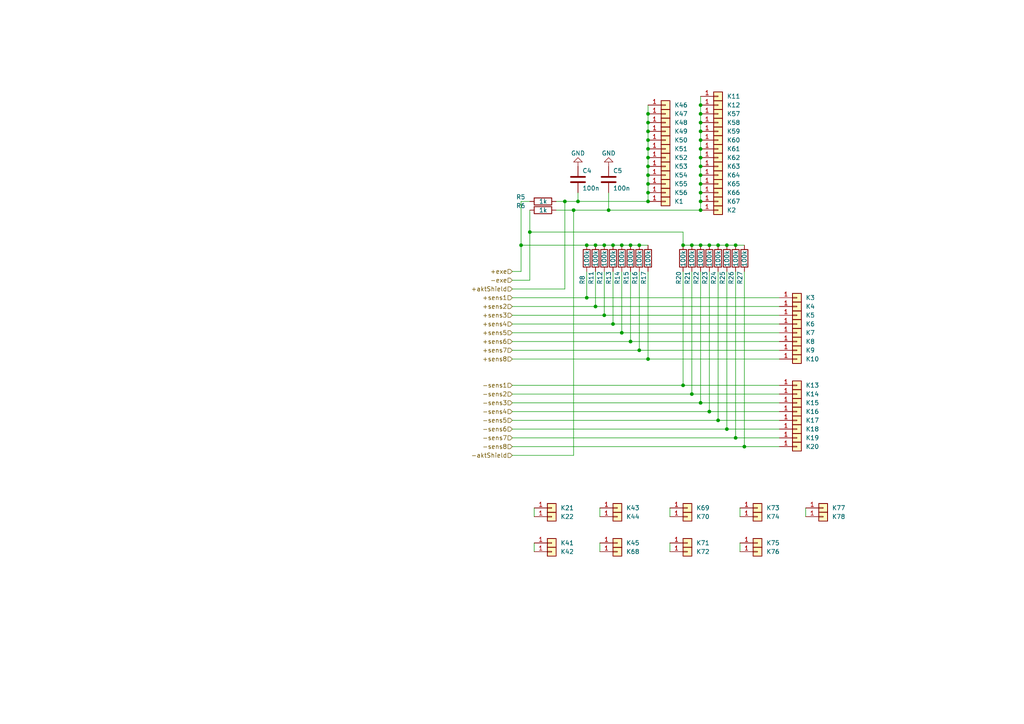
<source format=kicad_sch>
(kicad_sch (version 20211123) (generator eeschema)
  (paper "A4")
  (lib_symbols
    (symbol "Connector_Generic:Conn_01x01" (pin_names (offset 1.016) hide)
      (property "Reference" "J" (at 0 2.54 0))
      (property "Value" "Conn_01x01" (at 0 -2.54 0))
      (symbol "Conn_01x01_1_1"
        (rectangle (start -1.27 0.127) (end 0 -0.127) (stroke (width 0.1524)))
        (rectangle (start -1.27 1.27) (end 1.27 -1.27) (stroke (width 0.254)) (fill (type background)))
        (pin passive line (at -5.08 0 0) (length 3.81) (name "Pin_1") (number "1"))
      )
    )
    (symbol "Device:C" (pin_numbers hide) (pin_names (offset 0.254))
      (property "Reference" "C" (at 0.635 2.54 0))
      (property "Value" "C" (at 0.635 -2.54 0))
      (symbol "C_0_1"
        (polyline (pts (xy -2.032 -0.762) (xy 2.032 -0.762)) (stroke (width 0.508)))
        (polyline (pts (xy -2.032 0.762) (xy 2.032 0.762)) (stroke (width 0.508)))
      )
      (symbol "C_1_1"
        (pin passive line (at 0 3.81 270) (length 2.794) (name "~") (number "1"))
        (pin passive line (at 0 -3.81 90) (length 2.794) (name "~") (number "2"))
      )
    )
    (symbol "Device:R" (pin_numbers hide) (pin_names (offset 0))
      (property "Reference" "R" (at 2.032 0 90))
      (property "Value" "R" (at 0 0 90))
      (symbol "R_0_1"
        (rectangle (start -1.016 -2.54) (end 1.016 2.54) (stroke (width 0.254)))
      )
      (symbol "R_1_1"
        (pin passive line (at 0 3.81 270) (length 1.27) (name "~") (number "1"))
        (pin passive line (at 0 -3.81 90) (length 1.27) (name "~") (number "2"))
      )
    )
    (symbol "power:GND" (power) (pin_names (offset 0))
      (property "Value" "GND" (at 0 -3.81 0))
      (symbol "GND_0_1"
        (polyline (pts (xy 0 0) (xy 0 -1.27) (xy 1.27 -1.27) (xy 0 -2.54) (xy -1.27 -1.27) (xy 0 -1.27)))
      )
      (symbol "GND_1_1"
        (pin power_in line (at 0 0 270) (length 0) hide (name "GND") (number "1"))
      )
    )
  )
  (junction (at 203.2 33.02))
  (junction (at 151.13 71.12))
  (junction (at 187.96 43.18))
  (junction (at 153.67 67.31))
  (junction (at 172.72 88.9))
  (junction (at 203.2 55.88))
  (junction (at 203.2 50.8))
  (junction (at 203.2 45.72))
  (junction (at 175.26 71.12))
  (junction (at 166.37 60.96))
  (junction (at 187.96 45.72))
  (junction (at 185.42 101.6))
  (junction (at 187.96 104.14))
  (junction (at 203.2 35.56))
  (junction (at 210.82 71.12))
  (junction (at 185.42 71.12))
  (junction (at 167.64 58.42))
  (junction (at 177.8 93.98))
  (junction (at 187.96 40.64))
  (junction (at 187.96 50.8))
  (junction (at 203.2 48.26))
  (junction (at 177.8 71.12))
  (junction (at 187.96 35.56))
  (junction (at 200.66 71.12))
  (junction (at 187.96 33.02))
  (junction (at 172.72 71.12))
  (junction (at 203.2 43.18))
  (junction (at 205.74 71.12))
  (junction (at 187.96 48.26))
  (junction (at 187.96 58.42))
  (junction (at 200.66 114.3))
  (junction (at 205.74 119.38))
  (junction (at 210.82 124.46))
  (junction (at 182.88 99.06))
  (junction (at 208.28 121.92))
  (junction (at 187.96 55.88))
  (junction (at 208.28 71.12))
  (junction (at 180.34 71.12))
  (junction (at 187.96 38.1))
  (junction (at 198.12 71.12))
  (junction (at 203.2 116.84))
  (junction (at 213.36 71.12))
  (junction (at 182.88 71.12))
  (junction (at 203.2 71.12))
  (junction (at 198.12 111.76))
  (junction (at 203.2 38.1))
  (junction (at 163.83 58.42))
  (junction (at 203.2 58.42))
  (junction (at 215.9 129.54))
  (junction (at 175.26 91.44))
  (junction (at 213.36 127))
  (junction (at 187.96 53.34))
  (junction (at 176.53 60.96))
  (junction (at 180.34 96.52))
  (junction (at 203.2 30.48))
  (junction (at 170.18 71.12))
  (junction (at 170.18 86.36))
  (junction (at 203.2 53.34))
  (junction (at 203.2 40.64))
  (junction (at 203.2 60.96))
  (wire (pts (xy 203.2 35.56) (xy 203.2 38.1)))
  (wire (pts (xy 148.59 114.3) (xy 200.66 114.3)))
  (wire (pts (xy 198.12 71.12) (xy 200.66 71.12)))
  (wire (pts (xy 153.67 81.28) (xy 148.59 81.28)))
  (wire (pts (xy 172.72 78.74) (xy 172.72 88.9)))
  (wire (pts (xy 187.96 33.02) (xy 187.96 35.56)))
  (wire (pts (xy 148.59 119.38) (xy 205.74 119.38)))
  (wire (pts (xy 148.59 78.74) (xy 151.13 78.74)))
  (wire (pts (xy 170.18 78.74) (xy 170.18 86.36)))
  (wire (pts (xy 203.2 55.88) (xy 203.2 58.42)))
  (wire (pts (xy 148.59 93.98) (xy 177.8 93.98)))
  (wire (pts (xy 213.36 78.74) (xy 213.36 127)))
  (wire (pts (xy 148.59 116.84) (xy 203.2 116.84)))
  (wire (pts (xy 203.2 116.84) (xy 226.06 116.84)))
  (wire (pts (xy 177.8 78.74) (xy 177.8 93.98)))
  (wire (pts (xy 166.37 60.96) (xy 166.37 132.08)))
  (wire (pts (xy 170.18 71.12) (xy 172.72 71.12)))
  (wire (pts (xy 213.36 71.12) (xy 215.9 71.12)))
  (wire (pts (xy 187.96 38.1) (xy 187.96 40.64)))
  (wire (pts (xy 172.72 71.12) (xy 175.26 71.12)))
  (wire (pts (xy 210.82 78.74) (xy 210.82 124.46)))
  (wire (pts (xy 148.59 121.92) (xy 208.28 121.92)))
  (wire (pts (xy 210.82 124.46) (xy 226.06 124.46)))
  (wire (pts (xy 200.66 71.12) (xy 203.2 71.12)))
  (wire (pts (xy 148.59 129.54) (xy 215.9 129.54)))
  (wire (pts (xy 187.96 30.48) (xy 187.96 33.02)))
  (wire (pts (xy 175.26 71.12) (xy 177.8 71.12)))
  (wire (pts (xy 214.63 147.32) (xy 214.63 149.86)))
  (wire (pts (xy 198.12 67.31) (xy 198.12 71.12)))
  (wire (pts (xy 203.2 38.1) (xy 203.2 40.64)))
  (wire (pts (xy 167.64 58.42) (xy 187.96 58.42)))
  (wire (pts (xy 148.59 91.44) (xy 175.26 91.44)))
  (wire (pts (xy 187.96 104.14) (xy 226.06 104.14)))
  (wire (pts (xy 185.42 78.74) (xy 185.42 101.6)))
  (wire (pts (xy 205.74 71.12) (xy 208.28 71.12)))
  (wire (pts (xy 148.59 111.76) (xy 198.12 111.76)))
  (wire (pts (xy 213.36 127) (xy 226.06 127)))
  (wire (pts (xy 215.9 78.74) (xy 215.9 129.54)))
  (wire (pts (xy 177.8 93.98) (xy 226.06 93.98)))
  (wire (pts (xy 163.83 58.42) (xy 161.29 58.42)))
  (wire (pts (xy 148.59 99.06) (xy 182.88 99.06)))
  (wire (pts (xy 153.67 60.96) (xy 153.67 67.31)))
  (wire (pts (xy 180.34 71.12) (xy 182.88 71.12)))
  (wire (pts (xy 154.94 147.32) (xy 154.94 149.86)))
  (wire (pts (xy 187.96 78.74) (xy 187.96 104.14)))
  (wire (pts (xy 187.96 53.34) (xy 187.96 55.88)))
  (wire (pts (xy 200.66 114.3) (xy 226.06 114.3)))
  (wire (pts (xy 185.42 71.12) (xy 187.96 71.12)))
  (wire (pts (xy 148.59 83.82) (xy 163.83 83.82)))
  (wire (pts (xy 203.2 78.74) (xy 203.2 116.84)))
  (wire (pts (xy 182.88 99.06) (xy 226.06 99.06)))
  (wire (pts (xy 153.67 67.31) (xy 153.67 81.28)))
  (wire (pts (xy 175.26 91.44) (xy 226.06 91.44)))
  (wire (pts (xy 187.96 35.56) (xy 187.96 38.1)))
  (wire (pts (xy 205.74 78.74) (xy 205.74 119.38)))
  (wire (pts (xy 187.96 43.18) (xy 187.96 45.72)))
  (wire (pts (xy 151.13 71.12) (xy 151.13 78.74)))
  (wire (pts (xy 187.96 50.8) (xy 187.96 53.34)))
  (wire (pts (xy 173.99 147.32) (xy 173.99 149.86)))
  (wire (pts (xy 166.37 60.96) (xy 176.53 60.96)))
  (wire (pts (xy 203.2 50.8) (xy 203.2 53.34)))
  (wire (pts (xy 175.26 78.74) (xy 175.26 91.44)))
  (wire (pts (xy 185.42 101.6) (xy 226.06 101.6)))
  (wire (pts (xy 170.18 86.36) (xy 226.06 86.36)))
  (wire (pts (xy 177.8 71.12) (xy 180.34 71.12)))
  (wire (pts (xy 148.59 88.9) (xy 172.72 88.9)))
  (wire (pts (xy 154.94 157.48) (xy 154.94 160.02)))
  (wire (pts (xy 208.28 78.74) (xy 208.28 121.92)))
  (wire (pts (xy 151.13 71.12) (xy 170.18 71.12)))
  (wire (pts (xy 167.64 58.42) (xy 167.64 55.88)))
  (wire (pts (xy 194.31 147.32) (xy 194.31 149.86)))
  (wire (pts (xy 194.31 157.48) (xy 194.31 160.02)))
  (wire (pts (xy 148.59 127) (xy 213.36 127)))
  (wire (pts (xy 187.96 48.26) (xy 187.96 50.8)))
  (wire (pts (xy 203.2 30.48) (xy 203.2 33.02)))
  (wire (pts (xy 153.67 58.42) (xy 151.13 58.42)))
  (wire (pts (xy 161.29 60.96) (xy 166.37 60.96)))
  (wire (pts (xy 180.34 78.74) (xy 180.34 96.52)))
  (wire (pts (xy 163.83 83.82) (xy 163.83 58.42)))
  (wire (pts (xy 173.99 157.48) (xy 173.99 160.02)))
  (wire (pts (xy 203.2 27.94) (xy 203.2 30.48)))
  (wire (pts (xy 187.96 40.64) (xy 187.96 43.18)))
  (wire (pts (xy 148.59 86.36) (xy 170.18 86.36)))
  (wire (pts (xy 203.2 71.12) (xy 205.74 71.12)))
  (wire (pts (xy 200.66 78.74) (xy 200.66 114.3)))
  (wire (pts (xy 215.9 129.54) (xy 226.06 129.54)))
  (wire (pts (xy 205.74 119.38) (xy 226.06 119.38)))
  (wire (pts (xy 148.59 96.52) (xy 180.34 96.52)))
  (wire (pts (xy 176.53 60.96) (xy 176.53 55.88)))
  (wire (pts (xy 203.2 33.02) (xy 203.2 35.56)))
  (wire (pts (xy 148.59 104.14) (xy 187.96 104.14)))
  (wire (pts (xy 187.96 45.72) (xy 187.96 48.26)))
  (wire (pts (xy 203.2 58.42) (xy 203.2 60.96)))
  (wire (pts (xy 172.72 88.9) (xy 226.06 88.9)))
  (wire (pts (xy 166.37 132.08) (xy 148.59 132.08)))
  (wire (pts (xy 233.68 147.32) (xy 233.68 149.86)))
  (wire (pts (xy 151.13 58.42) (xy 151.13 71.12)))
  (wire (pts (xy 163.83 58.42) (xy 167.64 58.42)))
  (wire (pts (xy 203.2 40.64) (xy 203.2 43.18)))
  (wire (pts (xy 148.59 124.46) (xy 210.82 124.46)))
  (wire (pts (xy 203.2 53.34) (xy 203.2 55.88)))
  (wire (pts (xy 198.12 111.76) (xy 226.06 111.76)))
  (wire (pts (xy 214.63 157.48) (xy 214.63 160.02)))
  (wire (pts (xy 198.12 78.74) (xy 198.12 111.76)))
  (wire (pts (xy 203.2 43.18) (xy 203.2 45.72)))
  (wire (pts (xy 203.2 48.26) (xy 203.2 50.8)))
  (wire (pts (xy 208.28 71.12) (xy 210.82 71.12)))
  (wire (pts (xy 208.28 121.92) (xy 226.06 121.92)))
  (wire (pts (xy 180.34 96.52) (xy 226.06 96.52)))
  (wire (pts (xy 153.67 67.31) (xy 198.12 67.31)))
  (wire (pts (xy 148.59 101.6) (xy 185.42 101.6)))
  (wire (pts (xy 182.88 71.12) (xy 185.42 71.12)))
  (wire (pts (xy 203.2 45.72) (xy 203.2 48.26)))
  (wire (pts (xy 182.88 78.74) (xy 182.88 99.06)))
  (wire (pts (xy 210.82 71.12) (xy 213.36 71.12)))
  (wire (pts (xy 176.53 60.96) (xy 203.2 60.96)))
  (wire (pts (xy 187.96 55.88) (xy 187.96 58.42)))
  (hierarchical_label "-sens3" (shape input) (at 148.59 116.84 180))
  (hierarchical_label "+sens8" (shape input) (at 148.59 104.14 180))
  (hierarchical_label "+exe" (shape input) (at 148.59 78.74 180))
  (hierarchical_label "+sens3" (shape input) (at 148.59 91.44 180))
  (hierarchical_label "+sens7" (shape input) (at 148.59 101.6 180))
  (hierarchical_label "-sens7" (shape input) (at 148.59 127 180))
  (hierarchical_label "+sens2" (shape input) (at 148.59 88.9 180))
  (hierarchical_label "-aktShield" (shape input) (at 148.59 132.08 180))
  (hierarchical_label "+sens1" (shape input) (at 148.59 86.36 180))
  (hierarchical_label "-sens2" (shape input) (at 148.59 114.3 180))
  (hierarchical_label "+sens4" (shape input) (at 148.59 93.98 180))
  (hierarchical_label "+aktShield" (shape input) (at 148.59 83.82 180))
  (hierarchical_label "-sens1" (shape input) (at 148.59 111.76 180))
  (hierarchical_label "-exe" (shape input) (at 148.59 81.28 180))
  (hierarchical_label "-sens5" (shape input) (at 148.59 121.92 180))
  (hierarchical_label "-sens4" (shape input) (at 148.59 119.38 180))
  (hierarchical_label "+sens5" (shape input) (at 148.59 96.52 180))
  (hierarchical_label "-sens6" (shape input) (at 148.59 124.46 180))
  (hierarchical_label "-sens8" (shape input) (at 148.59 129.54 180))
  (hierarchical_label "+sens6" (shape input) (at 148.59 99.06 180))
  (symbol (lib_id "Device:R") (at 180.34 74.93 180) (unit 1)
    (property "Reference" "R14" (at 179.07 82.55 90) (effects (justify right)))
    (property "Value" "100k" (at 180.34 77.47 90) (effects (justify right)))
    (property "Footprint" "Resistor_SMD:R_0603_1608Metric" (effects hide))
  )
  (symbol (lib_id "power:GND") (at 176.53 48.26 180) (unit 1)
    (property "Reference" "#PWR022" (effects hide))
    (property "Value" "GND" (at 176.53 44.45 0))
  )
  (symbol (lib_id "Connector_Generic:Conn_01x01") (at 208.28 30.48 0) (unit 1)
    (property "Reference" "K12" (at 210.82 30.48 0) (effects (justify left)))
    (property "Value" "capPad" (effects hide))
    (property "Footprint" "Bergi:dummyPad" (effects hide))
  )
  (symbol (lib_id "Connector_Generic:Conn_01x01") (at 231.14 101.6 0) (unit 1)
    (property "Reference" "K9" (at 233.68 101.6 0) (effects (justify left)))
    (property "Value" "capPad" (effects hide))
    (property "Footprint" "Bergi:dummyPad" (effects hide))
  )
  (symbol (lib_id "Connector_Generic:Conn_01x01") (at 199.39 147.32 0) (unit 1)
    (property "Reference" "K69" (at 201.93 147.32 0) (effects (justify left)))
    (property "Value" "capPad" (effects hide))
    (property "Footprint" "Bergi:dummyPad" (effects hide))
  )
  (symbol (lib_id "Connector_Generic:Conn_01x01") (at 193.04 48.26 0) (unit 1)
    (property "Reference" "K53" (at 195.58 48.26 0) (effects (justify left)))
    (property "Value" "capPad" (effects hide))
    (property "Footprint" "Bergi:dummyPad" (effects hide))
  )
  (symbol (lib_id "Connector_Generic:Conn_01x01") (at 193.04 43.18 0) (unit 1)
    (property "Reference" "K51" (at 195.58 43.18 0) (effects (justify left)))
    (property "Value" "capPad" (effects hide))
    (property "Footprint" "Bergi:dummyPad" (effects hide))
  )
  (symbol (lib_id "Connector_Generic:Conn_01x01") (at 231.14 99.06 0) (unit 1)
    (property "Reference" "K8" (at 233.68 99.06 0) (effects (justify left)))
    (property "Value" "capPad" (effects hide))
    (property "Footprint" "Bergi:dummyPad" (effects hide))
  )
  (symbol (lib_id "Connector_Generic:Conn_01x01") (at 193.04 55.88 0) (unit 1)
    (property "Reference" "K56" (at 195.58 55.88 0) (effects (justify left)))
    (property "Value" "capPad" (effects hide))
    (property "Footprint" "Bergi:dummyPad" (effects hide))
  )
  (symbol (lib_id "Connector_Generic:Conn_01x01") (at 160.02 149.86 0) (unit 1)
    (property "Reference" "K22" (at 162.56 149.86 0) (effects (justify left)))
    (property "Value" "capPad" (effects hide))
    (property "Footprint" "Bergi:dummyPad" (effects hide))
  )
  (symbol (lib_id "Connector_Generic:Conn_01x01") (at 208.28 33.02 0) (unit 1)
    (property "Reference" "K57" (at 210.82 33.02 0) (effects (justify left)))
    (property "Value" "capPad" (effects hide))
    (property "Footprint" "Bergi:dummyPad" (effects hide))
  )
  (symbol (lib_id "Device:R") (at 157.48 58.42 270) (unit 1)
    (property "Reference" "R5" (at 152.4 57.15 90) (effects (justify right)))
    (property "Value" "1k" (at 158.75 58.42 90) (effects (justify right)))
    (property "Footprint" "Resistor_SMD:R_0603_1608Metric" (effects hide))
  )
  (symbol (lib_id "Connector_Generic:Conn_01x01") (at 219.71 157.48 0) (unit 1)
    (property "Reference" "K75" (at 222.25 157.48 0) (effects (justify left)))
    (property "Value" "capPad" (effects hide))
    (property "Footprint" "Bergi:dummyPad" (effects hide))
  )
  (symbol (lib_id "Connector_Generic:Conn_01x01") (at 199.39 157.48 0) (unit 1)
    (property "Reference" "K71" (at 201.93 157.48 0) (effects (justify left)))
    (property "Value" "capPad" (effects hide))
    (property "Footprint" "Bergi:dummyPad" (effects hide))
  )
  (symbol (lib_id "Connector_Generic:Conn_01x01") (at 219.71 160.02 0) (unit 1)
    (property "Reference" "K76" (at 222.25 160.02 0) (effects (justify left)))
    (property "Value" "capPad" (effects hide))
    (property "Footprint" "Bergi:dummyPad" (effects hide))
  )
  (symbol (lib_id "Device:R") (at 157.48 60.96 270) (unit 1)
    (property "Reference" "R6" (at 152.4 59.69 90) (effects (justify right)))
    (property "Value" "1k" (at 158.75 60.96 90) (effects (justify right)))
    (property "Footprint" "Resistor_SMD:R_0603_1608Metric" (effects hide))
  )
  (symbol (lib_id "Connector_Generic:Conn_01x01") (at 160.02 157.48 0) (unit 1)
    (property "Reference" "K41" (at 162.56 157.48 0) (effects (justify left)))
    (property "Value" "capPad" (effects hide))
    (property "Footprint" "Bergi:dummyPad" (effects hide))
  )
  (symbol (lib_id "Device:R") (at 213.36 74.93 180) (unit 1)
    (property "Reference" "R26" (at 212.09 82.55 90) (effects (justify right)))
    (property "Value" "100k" (at 213.36 77.47 90) (effects (justify right)))
    (property "Footprint" "Resistor_SMD:R_0603_1608Metric" (effects hide))
  )
  (symbol (lib_id "Device:R") (at 198.12 74.93 180) (unit 1)
    (property "Reference" "R20" (at 196.85 82.55 90) (effects (justify right)))
    (property "Value" "100k" (at 198.12 77.47 90) (effects (justify right)))
    (property "Footprint" "Resistor_SMD:R_0603_1608Metric" (effects hide))
  )
  (symbol (lib_id "Connector_Generic:Conn_01x01") (at 193.04 45.72 0) (unit 1)
    (property "Reference" "K52" (at 195.58 45.72 0) (effects (justify left)))
    (property "Value" "capPad" (effects hide))
    (property "Footprint" "Bergi:dummyPad" (effects hide))
  )
  (symbol (lib_id "Device:R") (at 208.28 74.93 180) (unit 1)
    (property "Reference" "R24" (at 207.01 82.55 90) (effects (justify right)))
    (property "Value" "100k" (at 208.28 77.47 90) (effects (justify right)))
    (property "Footprint" "Resistor_SMD:R_0603_1608Metric" (effects hide))
  )
  (symbol (lib_id "Device:R") (at 215.9 74.93 180) (unit 1)
    (property "Reference" "R27" (at 214.63 82.55 90) (effects (justify right)))
    (property "Value" "100k" (at 215.9 77.47 90) (effects (justify right)))
    (property "Footprint" "Resistor_SMD:R_0603_1608Metric" (effects hide))
  )
  (symbol (lib_id "Connector_Generic:Conn_01x01") (at 199.39 149.86 0) (unit 1)
    (property "Reference" "K70" (at 201.93 149.86 0) (effects (justify left)))
    (property "Value" "capPad" (effects hide))
    (property "Footprint" "Bergi:dummyPad" (effects hide))
  )
  (symbol (lib_id "Device:R") (at 203.2 74.93 180) (unit 1)
    (property "Reference" "R22" (at 201.93 82.55 90) (effects (justify right)))
    (property "Value" "100k" (at 203.2 77.47 90) (effects (justify right)))
    (property "Footprint" "Resistor_SMD:R_0603_1608Metric" (effects hide))
  )
  (symbol (lib_id "Connector_Generic:Conn_01x01") (at 179.07 157.48 0) (unit 1)
    (property "Reference" "K45" (at 181.61 157.48 0) (effects (justify left)))
    (property "Value" "capPad" (effects hide))
    (property "Footprint" "Bergi:dummyPad" (effects hide))
  )
  (symbol (lib_id "Device:R") (at 200.66 74.93 180) (unit 1)
    (property "Reference" "R21" (at 199.39 82.55 90) (effects (justify right)))
    (property "Value" "100k" (at 200.66 77.47 90) (effects (justify right)))
    (property "Footprint" "Resistor_SMD:R_0603_1608Metric" (effects hide))
  )
  (symbol (lib_id "Connector_Generic:Conn_01x01") (at 208.28 58.42 0) (unit 1)
    (property "Reference" "K67" (at 210.82 58.42 0) (effects (justify left)))
    (property "Value" "capPad" (effects hide))
    (property "Footprint" "Bergi:dummyPad" (effects hide))
  )
  (symbol (lib_id "power:GND") (at 167.64 48.26 180) (unit 1)
    (property "Reference" "#PWR019" (effects hide))
    (property "Value" "GND" (at 167.64 44.45 0))
  )
  (symbol (lib_id "Connector_Generic:Conn_01x01") (at 231.14 86.36 0) (unit 1)
    (property "Reference" "K3" (at 233.68 86.36 0) (effects (justify left)))
    (property "Value" "capPad" (effects hide))
    (property "Footprint" "Bergi:dummyPad" (effects hide))
  )
  (symbol (lib_id "Connector_Generic:Conn_01x01") (at 193.04 33.02 0) (unit 1)
    (property "Reference" "K47" (at 195.58 33.02 0) (effects (justify left)))
    (property "Value" "capPad" (effects hide))
    (property "Footprint" "Bergi:dummyPad" (effects hide))
  )
  (symbol (lib_id "Connector_Generic:Conn_01x01") (at 238.76 149.86 0) (unit 1)
    (property "Reference" "K78" (at 241.3 149.86 0) (effects (justify left)))
    (property "Value" "capPad" (effects hide))
    (property "Footprint" "Bergi:dummyPad" (effects hide))
  )
  (symbol (lib_id "Connector_Generic:Conn_01x01") (at 208.28 40.64 0) (unit 1)
    (property "Reference" "K60" (at 210.82 40.64 0) (effects (justify left)))
    (property "Value" "capPad" (effects hide))
    (property "Footprint" "Bergi:dummyPad" (effects hide))
  )
  (symbol (lib_id "Device:R") (at 185.42 74.93 180) (unit 1)
    (property "Reference" "R16" (at 184.15 82.55 90) (effects (justify right)))
    (property "Value" "100k" (at 185.42 77.47 90) (effects (justify right)))
    (property "Footprint" "Resistor_SMD:R_0603_1608Metric" (effects hide))
  )
  (symbol (lib_id "Connector_Generic:Conn_01x01") (at 199.39 160.02 0) (unit 1)
    (property "Reference" "K72" (at 201.93 160.02 0) (effects (justify left)))
    (property "Value" "capPad" (effects hide))
    (property "Footprint" "Bergi:dummyPad" (effects hide))
  )
  (symbol (lib_id "Connector_Generic:Conn_01x01") (at 208.28 45.72 0) (unit 1)
    (property "Reference" "K62" (at 210.82 45.72 0) (effects (justify left)))
    (property "Value" "capPad" (effects hide))
    (property "Footprint" "Bergi:dummyPad" (effects hide))
  )
  (symbol (lib_id "Device:R") (at 175.26 74.93 180) (unit 1)
    (property "Reference" "R12" (at 173.99 82.55 90) (effects (justify right)))
    (property "Value" "100k" (at 175.26 77.47 90) (effects (justify right)))
    (property "Footprint" "Resistor_SMD:R_0603_1608Metric" (effects hide))
  )
  (symbol (lib_id "Connector_Generic:Conn_01x01") (at 193.04 38.1 0) (unit 1)
    (property "Reference" "K49" (at 195.58 38.1 0) (effects (justify left)))
    (property "Value" "capPad" (effects hide))
    (property "Footprint" "Bergi:dummyPad" (effects hide))
  )
  (symbol (lib_id "Connector_Generic:Conn_01x01") (at 208.28 48.26 0) (unit 1)
    (property "Reference" "K63" (at 210.82 48.26 0) (effects (justify left)))
    (property "Value" "capPad" (effects hide))
    (property "Footprint" "Bergi:dummyPad" (effects hide))
  )
  (symbol (lib_id "Connector_Generic:Conn_01x01") (at 208.28 60.96 0) (unit 1)
    (property "Reference" "K2" (at 210.82 60.96 0) (effects (justify left)))
    (property "Value" "capPad" (effects hide))
    (property "Footprint" "Bergi:dummyPad" (effects hide))
  )
  (symbol (lib_id "Connector_Generic:Conn_01x01") (at 193.04 35.56 0) (unit 1)
    (property "Reference" "K48" (at 195.58 35.56 0) (effects (justify left)))
    (property "Value" "capPad" (effects hide))
    (property "Footprint" "Bergi:dummyPad" (effects hide))
  )
  (symbol (lib_id "Connector_Generic:Conn_01x01") (at 208.28 27.94 0) (unit 1)
    (property "Reference" "K11" (at 210.82 27.94 0) (effects (justify left)))
    (property "Value" "capPad" (effects hide))
    (property "Footprint" "Bergi:dummyPad" (effects hide))
  )
  (symbol (lib_id "Device:R") (at 210.82 74.93 180) (unit 1)
    (property "Reference" "R25" (at 209.55 82.55 90) (effects (justify right)))
    (property "Value" "100k" (at 210.82 77.47 90) (effects (justify right)))
    (property "Footprint" "Resistor_SMD:R_0603_1608Metric" (effects hide))
  )
  (symbol (lib_id "Connector_Generic:Conn_01x01") (at 179.07 149.86 0) (unit 1)
    (property "Reference" "K44" (at 181.61 149.86 0) (effects (justify left)))
    (property "Value" "capPad" (effects hide))
    (property "Footprint" "Bergi:dummyPad" (effects hide))
  )
  (symbol (lib_id "Connector_Generic:Conn_01x01") (at 160.02 147.32 0) (unit 1)
    (property "Reference" "K21" (at 162.56 147.32 0) (effects (justify left)))
    (property "Value" "capPad" (effects hide))
    (property "Footprint" "Bergi:dummyPad" (effects hide))
  )
  (symbol (lib_id "Connector_Generic:Conn_01x01") (at 231.14 116.84 0) (unit 1)
    (property "Reference" "K15" (at 233.68 116.84 0) (effects (justify left)))
    (property "Value" "capPad" (effects hide))
    (property "Footprint" "Bergi:dummyPad" (effects hide))
  )
  (symbol (lib_id "Connector_Generic:Conn_01x01") (at 231.14 114.3 0) (unit 1)
    (property "Reference" "K14" (at 233.68 114.3 0) (effects (justify left)))
    (property "Value" "capPad" (effects hide))
    (property "Footprint" "Bergi:dummyPad" (effects hide))
  )
  (symbol (lib_id "Device:R") (at 177.8 74.93 180) (unit 1)
    (property "Reference" "R13" (at 176.53 82.55 90) (effects (justify right)))
    (property "Value" "100k" (at 177.8 77.47 90) (effects (justify right)))
    (property "Footprint" "Resistor_SMD:R_0603_1608Metric" (effects hide))
  )
  (symbol (lib_id "Connector_Generic:Conn_01x01") (at 193.04 53.34 0) (unit 1)
    (property "Reference" "K55" (at 195.58 53.34 0) (effects (justify left)))
    (property "Value" "capPad" (effects hide))
    (property "Footprint" "Bergi:dummyPad" (effects hide))
  )
  (symbol (lib_id "Connector_Generic:Conn_01x01") (at 208.28 43.18 0) (unit 1)
    (property "Reference" "K61" (at 210.82 43.18 0) (effects (justify left)))
    (property "Value" "capPad" (effects hide))
    (property "Footprint" "Bergi:dummyPad" (effects hide))
  )
  (symbol (lib_id "Device:R") (at 187.96 74.93 180) (unit 1)
    (property "Reference" "R17" (at 186.69 82.55 90) (effects (justify right)))
    (property "Value" "100k" (at 187.96 77.47 90) (effects (justify right)))
    (property "Footprint" "Resistor_SMD:R_0603_1608Metric" (effects hide))
  )
  (symbol (lib_id "Connector_Generic:Conn_01x01") (at 208.28 38.1 0) (unit 1)
    (property "Reference" "K59" (at 210.82 38.1 0) (effects (justify left)))
    (property "Value" "capPad" (effects hide))
    (property "Footprint" "Bergi:dummyPad" (effects hide))
  )
  (symbol (lib_id "Connector_Generic:Conn_01x01") (at 193.04 30.48 0) (unit 1)
    (property "Reference" "K46" (at 195.58 30.48 0) (effects (justify left)))
    (property "Value" "capPad" (effects hide))
    (property "Footprint" "Bergi:dummyPad" (effects hide))
  )
  (symbol (lib_id "Connector_Generic:Conn_01x01") (at 231.14 91.44 0) (unit 1)
    (property "Reference" "K5" (at 233.68 91.44 0) (effects (justify left)))
    (property "Value" "capPad" (effects hide))
    (property "Footprint" "Bergi:dummyPad" (effects hide))
  )
  (symbol (lib_id "Connector_Generic:Conn_01x01") (at 179.07 147.32 0) (unit 1)
    (property "Reference" "K43" (at 181.61 147.32 0) (effects (justify left)))
    (property "Value" "capPad" (effects hide))
    (property "Footprint" "Bergi:dummyPad" (effects hide))
  )
  (symbol (lib_id "Connector_Generic:Conn_01x01") (at 231.14 88.9 0) (unit 1)
    (property "Reference" "K4" (at 233.68 88.9 0) (effects (justify left)))
    (property "Value" "capPad" (effects hide))
    (property "Footprint" "Bergi:dummyPad" (effects hide))
  )
  (symbol (lib_id "Connector_Generic:Conn_01x01") (at 160.02 160.02 0) (unit 1)
    (property "Reference" "K42" (at 162.56 160.02 0) (effects (justify left)))
    (property "Value" "capPad" (effects hide))
    (property "Footprint" "Bergi:dummyPad" (effects hide))
  )
  (symbol (lib_id "Connector_Generic:Conn_01x01") (at 208.28 55.88 0) (unit 1)
    (property "Reference" "K66" (at 210.82 55.88 0) (effects (justify left)))
    (property "Value" "capPad" (effects hide))
    (property "Footprint" "Bergi:dummyPad" (effects hide))
  )
  (symbol (lib_id "Connector_Generic:Conn_01x01") (at 193.04 58.42 0) (unit 1)
    (property "Reference" "K1" (at 195.58 58.42 0) (effects (justify left)))
    (property "Value" "capPad" (effects hide))
    (property "Footprint" "Bergi:dummyPad" (effects hide))
  )
  (symbol (lib_id "Device:R") (at 172.72 74.93 180) (unit 1)
    (property "Reference" "R11" (at 171.45 82.55 90) (effects (justify right)))
    (property "Value" "100k" (at 172.72 77.47 90) (effects (justify right)))
    (property "Footprint" "Resistor_SMD:R_0603_1608Metric" (effects hide))
  )
  (symbol (lib_id "Connector_Generic:Conn_01x01") (at 231.14 121.92 0) (unit 1)
    (property "Reference" "K17" (at 233.68 121.92 0) (effects (justify left)))
    (property "Value" "capPad" (effects hide))
    (property "Footprint" "Bergi:dummyPad" (effects hide))
  )
  (symbol (lib_id "Connector_Generic:Conn_01x01") (at 231.14 124.46 0) (unit 1)
    (property "Reference" "K18" (at 233.68 124.46 0) (effects (justify left)))
    (property "Value" "capPad" (effects hide))
    (property "Footprint" "Bergi:dummyPad" (effects hide))
  )
  (symbol (lib_id "Connector_Generic:Conn_01x01") (at 231.14 104.14 0) (unit 1)
    (property "Reference" "K10" (at 233.68 104.14 0) (effects (justify left)))
    (property "Value" "capPad" (effects hide))
    (property "Footprint" "Bergi:dummyPad" (effects hide))
  )
  (symbol (lib_id "Device:R") (at 205.74 74.93 180) (unit 1)
    (property "Reference" "R23" (at 204.47 82.55 90) (effects (justify right)))
    (property "Value" "100k" (at 205.74 77.47 90) (effects (justify right)))
    (property "Footprint" "Resistor_SMD:R_0603_1608Metric" (effects hide))
  )
  (symbol (lib_id "Device:C") (at 176.53 52.07 180) (unit 1)
    (property "Reference" "C5" (at 177.8 49.53 0) (effects (justify right)))
    (property "Value" "100n" (at 177.8 54.61 0) (effects (justify right)))
    (property "Footprint" "Capacitor_SMD:C_0603_1608Metric" (effects hide))
  )
  (symbol (lib_id "Connector_Generic:Conn_01x01") (at 193.04 40.64 0) (unit 1)
    (property "Reference" "K50" (at 195.58 40.64 0) (effects (justify left)))
    (property "Value" "capPad" (effects hide))
    (property "Footprint" "Bergi:dummyPad" (effects hide))
  )
  (symbol (lib_id "Connector_Generic:Conn_01x01") (at 219.71 149.86 0) (unit 1)
    (property "Reference" "K74" (at 222.25 149.86 0) (effects (justify left)))
    (property "Value" "capPad" (effects hide))
    (property "Footprint" "Bergi:dummyPad" (effects hide))
  )
  (symbol (lib_id "Connector_Generic:Conn_01x01") (at 219.71 147.32 0) (unit 1)
    (property "Reference" "K73" (at 222.25 147.32 0) (effects (justify left)))
    (property "Value" "capPad" (effects hide))
    (property "Footprint" "Bergi:dummyPad" (effects hide))
  )
  (symbol (lib_id "Connector_Generic:Conn_01x01") (at 231.14 96.52 0) (unit 1)
    (property "Reference" "K7" (at 233.68 96.52 0) (effects (justify left)))
    (property "Value" "capPad" (effects hide))
    (property "Footprint" "Bergi:dummyPad" (effects hide))
  )
  (symbol (lib_id "Connector_Generic:Conn_01x01") (at 179.07 160.02 0) (unit 1)
    (property "Reference" "K68" (at 181.61 160.02 0) (effects (justify left)))
    (property "Value" "capPad" (effects hide))
    (property "Footprint" "Bergi:dummyPad" (effects hide))
  )
  (symbol (lib_id "Connector_Generic:Conn_01x01") (at 208.28 35.56 0) (unit 1)
    (property "Reference" "K58" (at 210.82 35.56 0) (effects (justify left)))
    (property "Value" "capPad" (effects hide))
    (property "Footprint" "Bergi:dummyPad" (effects hide))
  )
  (symbol (lib_id "Device:R") (at 170.18 74.93 180) (unit 1)
    (property "Reference" "R8" (at 168.91 82.55 90) (effects (justify right)))
    (property "Value" "100k" (at 170.18 77.47 90) (effects (justify right)))
    (property "Footprint" "Resistor_SMD:R_0603_1608Metric" (effects hide))
  )
  (symbol (lib_id "Device:R") (at 182.88 74.93 180) (unit 1)
    (property "Reference" "R15" (at 181.61 82.55 90) (effects (justify right)))
    (property "Value" "100k" (at 182.88 77.47 90) (effects (justify right)))
    (property "Footprint" "Resistor_SMD:R_0603_1608Metric" (effects hide))
  )
  (symbol (lib_id "Connector_Generic:Conn_01x01") (at 193.04 50.8 0) (unit 1)
    (property "Reference" "K54" (at 195.58 50.8 0) (effects (justify left)))
    (property "Value" "capPad" (effects hide))
    (property "Footprint" "Bergi:dummyPad" (effects hide))
  )
  (symbol (lib_id "Connector_Generic:Conn_01x01") (at 231.14 111.76 0) (unit 1)
    (property "Reference" "K13" (at 233.68 111.76 0) (effects (justify left)))
    (property "Value" "capPad" (effects hide))
    (property "Footprint" "Bergi:dummyPad" (effects hide))
  )
  (symbol (lib_id "Connector_Generic:Conn_01x01") (at 231.14 93.98 0) (unit 1)
    (property "Reference" "K6" (at 233.68 93.98 0) (effects (justify left)))
    (property "Value" "capPad" (effects hide))
    (property "Footprint" "Bergi:dummyPad" (effects hide))
  )
  (symbol (lib_id "Connector_Generic:Conn_01x01") (at 238.76 147.32 0) (unit 1)
    (property "Reference" "K77" (at 241.3 147.32 0) (effects (justify left)))
    (property "Value" "capPad" (effects hide))
    (property "Footprint" "Bergi:dummyPad" (effects hide))
  )
  (symbol (lib_id "Connector_Generic:Conn_01x01") (at 208.28 50.8 0) (unit 1)
    (property "Reference" "K64" (at 210.82 50.8 0) (effects (justify left)))
    (property "Value" "capPad" (effects hide))
    (property "Footprint" "Bergi:dummyPad" (effects hide))
  )
  (symbol (lib_id "Connector_Generic:Conn_01x01") (at 208.28 53.34 0) (unit 1)
    (property "Reference" "K65" (at 210.82 53.34 0) (effects (justify left)))
    (property "Value" "capPad" (effects hide))
    (property "Footprint" "Bergi:dummyPad" (effects hide))
  )
  (symbol (lib_id "Connector_Generic:Conn_01x01") (at 231.14 129.54 0) (unit 1)
    (property "Reference" "K20" (at 233.68 129.54 0) (effects (justify left)))
    (property "Value" "capPad" (effects hide))
    (property "Footprint" "Bergi:dummyPad" (effects hide))
  )
  (symbol (lib_id "Device:C") (at 167.64 52.07 180) (unit 1)
    (property "Reference" "C4" (at 168.91 49.53 0) (effects (justify right)))
    (property "Value" "100n" (at 168.91 54.61 0) (effects (justify right)))
    (property "Footprint" "Capacitor_SMD:C_0603_1608Metric" (effects hide))
  )
  (symbol (lib_id "Connector_Generic:Conn_01x01") (at 231.14 119.38 0) (unit 1)
    (property "Reference" "K16" (at 233.68 119.38 0) (effects (justify left)))
    (property "Value" "capPad" (effects hide))
    (property "Footprint" "Bergi:dummyPad" (effects hide))
  )
  (symbol (lib_id "Connector_Generic:Conn_01x01") (at 231.14 127 0) (unit 1)
    (property "Reference" "K19" (at 233.68 127 0) (effects (justify left)))
    (property "Value" "capPad" (effects hide))
    (property "Footprint" "Bergi:dummyPad" (effects hide))
  )
)
</source>
